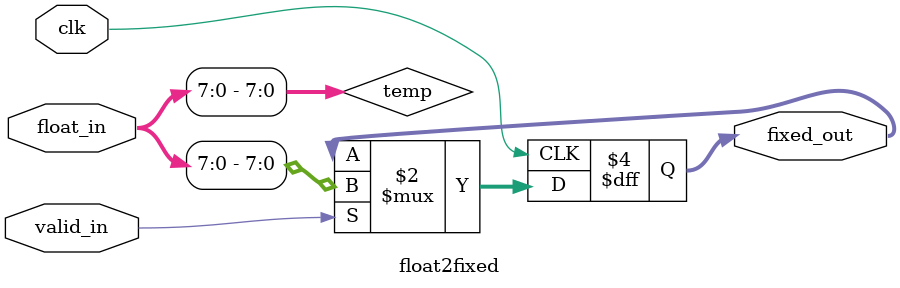
<source format=sv>
module float2fixed #(parameter INT=4, FRAC=4) (
    input clk, valid_in,
    input [31:0] float_in,
    output reg [INT+FRAC-1:0] fixed_out
);
    wire [INT+FRAC-1:0] temp = float_in[INT+FRAC-1:0];
    always @(posedge clk) begin
        if (valid_in) fixed_out <= temp;
    end
endmodule
</source>
